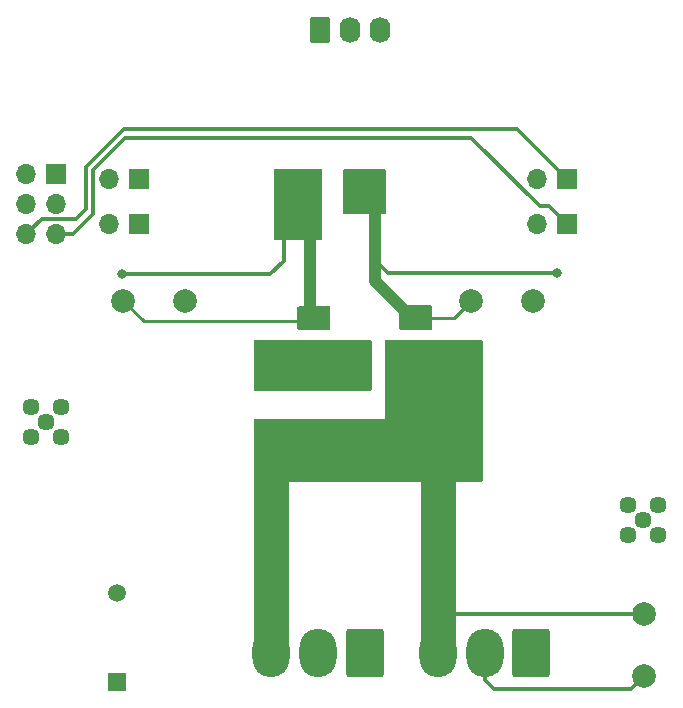
<source format=gbr>
%TF.GenerationSoftware,KiCad,Pcbnew,7.0.9*%
%TF.CreationDate,2024-01-03T10:23:19+05:30*%
%TF.ProjectId,RnD_6th_sem,526e445f-3674-4685-9f73-656d2e6b6963,rev?*%
%TF.SameCoordinates,Original*%
%TF.FileFunction,Copper,L2,Bot*%
%TF.FilePolarity,Positive*%
%FSLAX46Y46*%
G04 Gerber Fmt 4.6, Leading zero omitted, Abs format (unit mm)*
G04 Created by KiCad (PCBNEW 7.0.9) date 2024-01-03 10:23:19*
%MOMM*%
%LPD*%
G01*
G04 APERTURE LIST*
G04 Aperture macros list*
%AMRoundRect*
0 Rectangle with rounded corners*
0 $1 Rounding radius*
0 $2 $3 $4 $5 $6 $7 $8 $9 X,Y pos of 4 corners*
0 Add a 4 corners polygon primitive as box body*
4,1,4,$2,$3,$4,$5,$6,$7,$8,$9,$2,$3,0*
0 Add four circle primitives for the rounded corners*
1,1,$1+$1,$2,$3*
1,1,$1+$1,$4,$5*
1,1,$1+$1,$6,$7*
1,1,$1+$1,$8,$9*
0 Add four rect primitives between the rounded corners*
20,1,$1+$1,$2,$3,$4,$5,0*
20,1,$1+$1,$4,$5,$6,$7,0*
20,1,$1+$1,$6,$7,$8,$9,0*
20,1,$1+$1,$8,$9,$2,$3,0*%
G04 Aperture macros list end*
%TA.AperFunction,ComponentPad*%
%ADD10RoundRect,0.250000X-0.620000X-0.845000X0.620000X-0.845000X0.620000X0.845000X-0.620000X0.845000X0*%
%TD*%
%TA.AperFunction,ComponentPad*%
%ADD11O,1.740000X2.190000*%
%TD*%
%TA.AperFunction,ComponentPad*%
%ADD12R,1.700000X1.700000*%
%TD*%
%TA.AperFunction,ComponentPad*%
%ADD13O,1.700000X1.700000*%
%TD*%
%TA.AperFunction,ComponentPad*%
%ADD14R,1.500000X1.500000*%
%TD*%
%TA.AperFunction,ComponentPad*%
%ADD15C,1.500000*%
%TD*%
%TA.AperFunction,ComponentPad*%
%ADD16C,2.000000*%
%TD*%
%TA.AperFunction,ComponentPad*%
%ADD17C,1.446000*%
%TD*%
%TA.AperFunction,ComponentPad*%
%ADD18RoundRect,0.250000X1.330000X1.800000X-1.330000X1.800000X-1.330000X-1.800000X1.330000X-1.800000X0*%
%TD*%
%TA.AperFunction,ComponentPad*%
%ADD19O,3.160000X4.100000*%
%TD*%
%TA.AperFunction,ViaPad*%
%ADD20C,0.800000*%
%TD*%
%TA.AperFunction,Conductor*%
%ADD21C,0.300000*%
%TD*%
%TA.AperFunction,Conductor*%
%ADD22C,1.000000*%
%TD*%
%TA.AperFunction,Conductor*%
%ADD23C,0.250000*%
%TD*%
%TA.AperFunction,Conductor*%
%ADD24C,3.000000*%
%TD*%
G04 APERTURE END LIST*
D10*
%TO.P,J2,1,Pin_1*%
%TO.N,Net-(J2-Pin_1)*%
X137235000Y-51330000D03*
D11*
%TO.P,J2,2,Pin_2*%
%TO.N,GND*%
X139775000Y-51330000D03*
%TO.P,J2,3,Pin_3*%
%TO.N,Net-(J2-Pin_3)*%
X142315000Y-51330000D03*
%TD*%
D12*
%TO.P,J6,1,Pin_1*%
%TO.N,Net-(J6-Pin_1)*%
X121855000Y-67760000D03*
D13*
%TO.P,J6,2,Pin_2*%
%TO.N,VCCB*%
X119315000Y-67760000D03*
%TD*%
D14*
%TO.P,C10,1*%
%TO.N,HVDC+*%
X120030000Y-106510000D03*
D15*
%TO.P,C10,2*%
%TO.N,GND3*%
X120030000Y-99010000D03*
%TD*%
D16*
%TO.P,TP5,1,1*%
%TO.N,gnd-1*%
X149980000Y-74260000D03*
%TD*%
D17*
%TO.P,J9,1,1*%
%TO.N,HVDC+*%
X164550000Y-92780000D03*
%TO.P,J9,2,2*%
%TO.N,Net-(J9-Pad2)*%
X163280000Y-91510000D03*
%TO.P,J9,3,3*%
X163280000Y-94050000D03*
%TO.P,J9,4,4*%
X165820000Y-94050000D03*
%TO.P,J9,5,5*%
X165820000Y-91510000D03*
%TD*%
D16*
%TO.P,TP4,1,1*%
%TO.N,Net-(J1-Pin_3)*%
X164680000Y-100760000D03*
%TD*%
D12*
%TO.P,J7,1,Pin_1*%
%TO.N,Net-(J7-Pin_1)*%
X121855000Y-63970000D03*
D13*
%TO.P,J7,2,Pin_2*%
%TO.N,GND2*%
X119315000Y-63970000D03*
%TD*%
D12*
%TO.P,J4,1,Pin_1*%
%TO.N,+3.3V*%
X114880000Y-63530000D03*
D13*
%TO.P,J4,2,Pin_2*%
%TO.N,GND*%
X112340000Y-63530000D03*
%TO.P,J4,3,Pin_3*%
%TO.N,VCCB*%
X114880000Y-66070000D03*
%TO.P,J4,4,Pin_4*%
%TO.N,GND2*%
X112340000Y-66070000D03*
%TO.P,J4,5,Pin_5*%
%TO.N,VCCA*%
X114880000Y-68610000D03*
%TO.P,J4,6,Pin_6*%
%TO.N,GND1*%
X112340000Y-68610000D03*
%TD*%
D12*
%TO.P,J5,1,Pin_1*%
%TO.N,VCCA*%
X158130000Y-67760000D03*
D13*
%TO.P,J5,2,Pin_2*%
%TO.N,Net-(J5-Pin_2)*%
X155590000Y-67760000D03*
%TD*%
D18*
%TO.P,J3,1,Pin_1*%
%TO.N,HVDC+*%
X141000000Y-104060000D03*
D19*
%TO.P,J3,2,Pin_2*%
%TO.N,GND3*%
X137040000Y-104060000D03*
%TO.P,J3,3,Pin_3*%
%TO.N,Net-(J1-Pin_3)*%
X133080000Y-104060000D03*
%TD*%
D16*
%TO.P,TP2,1,1*%
%TO.N,Net-(Q2-G)*%
X125780000Y-74260000D03*
%TD*%
D17*
%TO.P,J10,1,1*%
%TO.N,Net-(J10-Pad1)*%
X114050000Y-84530000D03*
%TO.P,J10,2,2*%
%TO.N,GND3*%
X112780000Y-83260000D03*
%TO.P,J10,3,3*%
X112780000Y-85800000D03*
%TO.P,J10,4,4*%
X115320000Y-85800000D03*
%TO.P,J10,5,5*%
X115320000Y-83260000D03*
%TD*%
D16*
%TO.P,TP1,1,1*%
%TO.N,Net-(Q1-G)*%
X155230000Y-74260000D03*
%TD*%
D18*
%TO.P,J1,1,Pin_1*%
%TO.N,HVDC+*%
X155100000Y-104060000D03*
D19*
%TO.P,J1,2,Pin_2*%
%TO.N,GND3*%
X151140000Y-104060000D03*
%TO.P,J1,3,Pin_3*%
%TO.N,Net-(J1-Pin_3)*%
X147180000Y-104060000D03*
%TD*%
D12*
%TO.P,J8,1,Pin_1*%
%TO.N,GND1*%
X158125000Y-63970000D03*
D13*
%TO.P,J8,2,Pin_2*%
%TO.N,Net-(J8-Pin_2)*%
X155585000Y-63970000D03*
%TD*%
D16*
%TO.P,TP6,1,1*%
%TO.N,GND3*%
X164680000Y-106010000D03*
%TD*%
%TO.P,TP3,1,1*%
%TO.N,gnd-2*%
X120530000Y-74260000D03*
%TD*%
D20*
%TO.N,gnd-1*%
X145780000Y-75710000D03*
X144980000Y-75710000D03*
X139775000Y-64910000D03*
X141825000Y-64710000D03*
X141825000Y-65760000D03*
X157280000Y-71910000D03*
%TO.N,gnd-2*%
X135625000Y-63910000D03*
X136380000Y-75810000D03*
X134130000Y-68210000D03*
X120430000Y-71960000D03*
X135875000Y-66660000D03*
X137180000Y-75810000D03*
%TO.N,Net-(J10-Pad1)*%
X139280000Y-81160000D03*
X140080000Y-79560000D03*
X140880000Y-78760000D03*
X135280000Y-80360000D03*
X136080000Y-79560000D03*
X134480000Y-81160000D03*
X136880000Y-78760000D03*
X136080000Y-81160000D03*
X136080000Y-78760000D03*
X136080000Y-80360000D03*
X140880000Y-80360000D03*
X140880000Y-79560000D03*
X135280000Y-79560000D03*
X138480000Y-80360000D03*
X140880000Y-81160000D03*
X134480000Y-79560000D03*
X138480000Y-79560000D03*
X139280000Y-78760000D03*
X140080000Y-81160000D03*
X134480000Y-80360000D03*
X139280000Y-80360000D03*
X138480000Y-81160000D03*
X138480000Y-78760000D03*
X137680000Y-79560000D03*
X135280000Y-81160000D03*
X140080000Y-80360000D03*
X136880000Y-81160000D03*
X134480000Y-78760000D03*
X139280000Y-79560000D03*
X136880000Y-79560000D03*
X137680000Y-78760000D03*
X137680000Y-80360000D03*
X136880000Y-80360000D03*
X140080000Y-78760000D03*
X135280000Y-78760000D03*
X137680000Y-81160000D03*
%TO.N,Net-(J1-Pin_3)*%
X148180000Y-79560000D03*
X148980000Y-79560000D03*
X134980000Y-87860000D03*
X144180000Y-80360000D03*
X134980000Y-87060000D03*
X147380000Y-79560000D03*
X148980000Y-80360000D03*
X145780000Y-79560000D03*
X143380000Y-81160000D03*
X145780000Y-80360000D03*
X138180000Y-86260000D03*
X149780000Y-80360000D03*
X136580000Y-86260000D03*
X147380000Y-78760000D03*
X140580000Y-87860000D03*
X140580000Y-87060000D03*
X143380000Y-79560000D03*
X138980000Y-87860000D03*
X140580000Y-86260000D03*
X143380000Y-78760000D03*
X136580000Y-87860000D03*
X143380000Y-80360000D03*
X137380000Y-87860000D03*
X138180000Y-87860000D03*
X149780000Y-81160000D03*
X145780000Y-78760000D03*
X138980000Y-87060000D03*
X147380000Y-80360000D03*
X134180000Y-86260000D03*
X148180000Y-78760000D03*
X149780000Y-79560000D03*
X137380000Y-87060000D03*
X141380000Y-87860000D03*
X139780000Y-87060000D03*
X148180000Y-81160000D03*
X147380000Y-81160000D03*
X139780000Y-87860000D03*
X135780000Y-86260000D03*
X146580000Y-79560000D03*
X135780000Y-87860000D03*
X146580000Y-80360000D03*
X144980000Y-80360000D03*
X144980000Y-81160000D03*
X141380000Y-86260000D03*
X138980000Y-86260000D03*
X144180000Y-79560000D03*
X134180000Y-87060000D03*
X146580000Y-81160000D03*
X146580000Y-78760000D03*
X148980000Y-78760000D03*
X145780000Y-81160000D03*
X139780000Y-86260000D03*
X148980000Y-81160000D03*
X144980000Y-79560000D03*
X136580000Y-87060000D03*
X138180000Y-87060000D03*
X134180000Y-87860000D03*
X144980000Y-78760000D03*
X135780000Y-87060000D03*
X134980000Y-86260000D03*
X137380000Y-86260000D03*
X144180000Y-81160000D03*
X144180000Y-78760000D03*
X148180000Y-80360000D03*
X149780000Y-78760000D03*
X141380000Y-87060000D03*
%TD*%
D21*
%TO.N,VCCA*%
X156630000Y-66260000D02*
X155830000Y-66260000D01*
X150030000Y-60460000D02*
X120730000Y-60460000D01*
X155830000Y-66260000D02*
X150030000Y-60460000D01*
X158130000Y-67760000D02*
X156630000Y-66260000D01*
X120730000Y-60460000D02*
X117980000Y-63210000D01*
X117980000Y-66910001D02*
X116280000Y-68610000D01*
X117980000Y-63210000D02*
X117980000Y-66910001D01*
X116280000Y-68610000D02*
X114880000Y-68610000D01*
%TO.N,GND1*%
X113640000Y-67310000D02*
X112340000Y-68610000D01*
X117380000Y-66510000D02*
X116580000Y-67310000D01*
X116580000Y-67310000D02*
X113640000Y-67310000D01*
X153865000Y-59710000D02*
X120630000Y-59710000D01*
X117380000Y-62960000D02*
X117380000Y-66510000D01*
X158125000Y-63970000D02*
X153865000Y-59710000D01*
X120630000Y-59710000D02*
X117380000Y-62960000D01*
%TO.N,GND3*%
X163530000Y-107160000D02*
X164680000Y-106010000D01*
X151930000Y-107160000D02*
X163530000Y-107160000D01*
X151140000Y-104060000D02*
X151140000Y-106370000D01*
X151140000Y-106370000D02*
X151930000Y-107160000D01*
D22*
%TO.N,gnd-1*%
X141825000Y-65760000D02*
X141825000Y-71210000D01*
X141825000Y-71210000D02*
X141825000Y-72555000D01*
D23*
X148530000Y-75710000D02*
X145780000Y-75710000D01*
D21*
X142980000Y-71910000D02*
X142280000Y-71210000D01*
D22*
X141825000Y-72555000D02*
X144980000Y-75710000D01*
D21*
X142280000Y-71210000D02*
X141825000Y-71210000D01*
D23*
X149980000Y-74260000D02*
X148530000Y-75710000D01*
D21*
X157280000Y-71910000D02*
X142980000Y-71910000D01*
D23*
%TO.N,gnd-2*%
X122280000Y-76010000D02*
X120530000Y-74260000D01*
D22*
X136380000Y-75810000D02*
X136380000Y-68710000D01*
D23*
X136180000Y-76010000D02*
X136380000Y-75810000D01*
D21*
X120430000Y-71960000D02*
X120480000Y-72010000D01*
X132980000Y-72010000D02*
X134130000Y-70860000D01*
X120480000Y-72010000D02*
X132980000Y-72010000D01*
X134130000Y-70860000D02*
X134130000Y-68210000D01*
D23*
X136180000Y-76010000D02*
X122280000Y-76010000D01*
D24*
%TO.N,Net-(J1-Pin_3)*%
X133080000Y-104060000D02*
X133080000Y-88810000D01*
D21*
X164680000Y-100760000D02*
X147180000Y-100760000D01*
D24*
X147180000Y-104060000D02*
X147180000Y-100760000D01*
X147180000Y-100760000D02*
X147180000Y-89210000D01*
%TD*%
%TA.AperFunction,Conductor*%
%TO.N,gnd-2*%
G36*
X137317121Y-63080002D02*
G01*
X137363614Y-63133658D01*
X137375000Y-63186000D01*
X137375000Y-68984000D01*
X137354998Y-69052121D01*
X137301342Y-69098614D01*
X137249000Y-69110000D01*
X133403883Y-69110000D01*
X133335762Y-69089998D01*
X133289269Y-69036342D01*
X133277901Y-68986136D01*
X133275000Y-68815000D01*
X133275000Y-63186000D01*
X133295002Y-63117879D01*
X133348658Y-63071386D01*
X133401000Y-63060000D01*
X137249000Y-63060000D01*
X137317121Y-63080002D01*
G37*
%TD.AperFunction*%
%TD*%
%TA.AperFunction,Conductor*%
%TO.N,Net-(J1-Pin_3)*%
G36*
X142680000Y-84360000D02*
G01*
X150980000Y-84360000D01*
X150980000Y-89484000D01*
X150959998Y-89552121D01*
X150906342Y-89598614D01*
X150854000Y-89610000D01*
X131706000Y-89610000D01*
X131637879Y-89589998D01*
X131591386Y-89536342D01*
X131580000Y-89484000D01*
X131580000Y-84386000D01*
X131600002Y-84317879D01*
X131653658Y-84271386D01*
X131706000Y-84260000D01*
X142680000Y-84260000D01*
X142680000Y-84360000D01*
G37*
%TD.AperFunction*%
%TD*%
%TA.AperFunction,Conductor*%
%TO.N,gnd-1*%
G36*
X146617121Y-74630002D02*
G01*
X146663614Y-74683658D01*
X146675000Y-74736000D01*
X146675000Y-76584000D01*
X146654998Y-76652121D01*
X146601342Y-76698614D01*
X146549000Y-76710000D01*
X144051000Y-76710000D01*
X143982879Y-76689998D01*
X143936386Y-76636342D01*
X143925000Y-76584000D01*
X143925000Y-74827010D01*
X143929510Y-74793600D01*
X143954538Y-74702590D01*
X143991887Y-74642211D01*
X144055950Y-74611610D01*
X144076028Y-74610000D01*
X146549000Y-74610000D01*
X146617121Y-74630002D01*
G37*
%TD.AperFunction*%
%TD*%
%TA.AperFunction,Conductor*%
%TO.N,Net-(J10-Pad1)*%
G36*
X141522121Y-77580002D02*
G01*
X141568614Y-77633658D01*
X141580000Y-77686000D01*
X141580000Y-81734000D01*
X141559998Y-81802121D01*
X141506342Y-81848614D01*
X141454000Y-81860000D01*
X131706000Y-81860000D01*
X131637879Y-81839998D01*
X131591386Y-81786342D01*
X131580000Y-81734000D01*
X131580000Y-77686000D01*
X131600002Y-77617879D01*
X131653658Y-77571386D01*
X131706000Y-77560000D01*
X141454000Y-77560000D01*
X141522121Y-77580002D01*
G37*
%TD.AperFunction*%
%TD*%
%TA.AperFunction,Conductor*%
%TO.N,Net-(J1-Pin_3)*%
G36*
X150922121Y-77580002D02*
G01*
X150968614Y-77633658D01*
X150980000Y-77686000D01*
X150980000Y-84360000D01*
X142680000Y-84360000D01*
X142680000Y-77686000D01*
X142700002Y-77617879D01*
X142753658Y-77571386D01*
X142806000Y-77560000D01*
X150854000Y-77560000D01*
X150922121Y-77580002D01*
G37*
%TD.AperFunction*%
%TD*%
%TA.AperFunction,Conductor*%
%TO.N,gnd-1*%
G36*
X142722121Y-63140002D02*
G01*
X142768614Y-63193658D01*
X142780000Y-63246000D01*
X142780000Y-66784000D01*
X142759998Y-66852121D01*
X142706342Y-66898614D01*
X142654000Y-66910000D01*
X139256000Y-66910000D01*
X139187879Y-66889998D01*
X139141386Y-66836342D01*
X139130000Y-66784000D01*
X139130000Y-63246000D01*
X139150002Y-63177879D01*
X139203658Y-63131386D01*
X139256000Y-63120000D01*
X142654000Y-63120000D01*
X142722121Y-63140002D01*
G37*
%TD.AperFunction*%
%TD*%
%TA.AperFunction,Conductor*%
%TO.N,gnd-2*%
G36*
X138017121Y-74730002D02*
G01*
X138063614Y-74783658D01*
X138075000Y-74836000D01*
X138075000Y-76584000D01*
X138054998Y-76652121D01*
X138001342Y-76698614D01*
X137949000Y-76710000D01*
X135406000Y-76710000D01*
X135337879Y-76689998D01*
X135291386Y-76636342D01*
X135280000Y-76584000D01*
X135280000Y-74862190D01*
X135300002Y-74794069D01*
X135316905Y-74773095D01*
X135343095Y-74746905D01*
X135405407Y-74712879D01*
X135432190Y-74710000D01*
X137949000Y-74710000D01*
X138017121Y-74730002D01*
G37*
%TD.AperFunction*%
%TD*%
M02*

</source>
